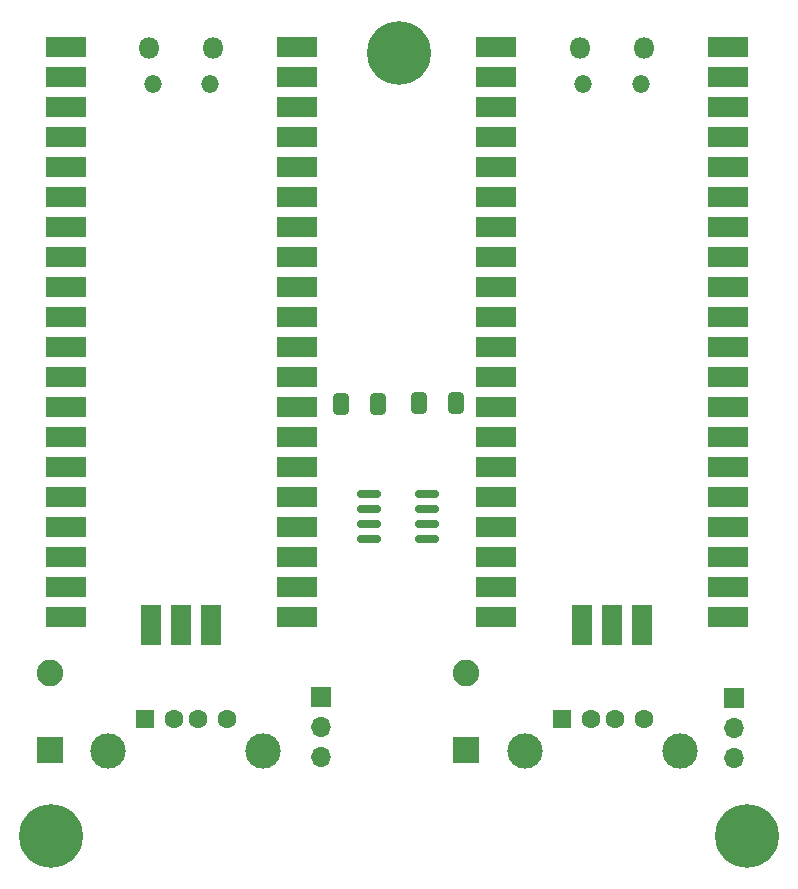
<source format=gbr>
%TF.GenerationSoftware,KiCad,Pcbnew,7.0.9*%
%TF.CreationDate,2024-02-17T13:50:42+09:00*%
%TF.ProjectId,DeskHop,4465736b-486f-4702-9e6b-696361645f70,rev?*%
%TF.SameCoordinates,PX20378f0PY6e37550*%
%TF.FileFunction,Soldermask,Top*%
%TF.FilePolarity,Negative*%
%FSLAX46Y46*%
G04 Gerber Fmt 4.6, Leading zero omitted, Abs format (unit mm)*
G04 Created by KiCad (PCBNEW 7.0.9) date 2024-02-17 13:50:42*
%MOMM*%
%LPD*%
G01*
G04 APERTURE LIST*
G04 Aperture macros list*
%AMRoundRect*
0 Rectangle with rounded corners*
0 $1 Rounding radius*
0 $2 $3 $4 $5 $6 $7 $8 $9 X,Y pos of 4 corners*
0 Add a 4 corners polygon primitive as box body*
4,1,4,$2,$3,$4,$5,$6,$7,$8,$9,$2,$3,0*
0 Add four circle primitives for the rounded corners*
1,1,$1+$1,$2,$3*
1,1,$1+$1,$4,$5*
1,1,$1+$1,$6,$7*
1,1,$1+$1,$8,$9*
0 Add four rect primitives between the rounded corners*
20,1,$1+$1,$2,$3,$4,$5,0*
20,1,$1+$1,$4,$5,$6,$7,0*
20,1,$1+$1,$6,$7,$8,$9,0*
20,1,$1+$1,$8,$9,$2,$3,0*%
G04 Aperture macros list end*
%ADD10O,1.800000X1.800000*%
%ADD11O,1.500000X1.500000*%
%ADD12R,3.500000X1.700000*%
%ADD13R,1.700000X3.500000*%
%ADD14C,3.100000*%
%ADD15C,5.400000*%
%ADD16RoundRect,0.250000X-0.412500X-0.650000X0.412500X-0.650000X0.412500X0.650000X-0.412500X0.650000X0*%
%ADD17R,1.600000X1.500000*%
%ADD18C,1.600000*%
%ADD19C,3.000000*%
%ADD20R,1.700000X1.700000*%
%ADD21O,1.700000X1.700000*%
%ADD22RoundRect,0.150000X-0.825000X-0.150000X0.825000X-0.150000X0.825000X0.150000X-0.825000X0.150000X0*%
%ADD23R,2.250000X2.250000*%
%ADD24C,2.250000*%
%ADD25RoundRect,0.250000X0.412500X0.650000X-0.412500X0.650000X-0.412500X-0.650000X0.412500X-0.650000X0*%
G04 APERTURE END LIST*
D10*
%TO.C,U1*%
X48837000Y70736000D03*
D11*
X49137000Y67706000D03*
X53987000Y67706000D03*
D10*
X54287000Y70736000D03*
D12*
X41772000Y70866000D03*
X41772000Y68326000D03*
X41772000Y65786000D03*
X41772000Y63246000D03*
X41772000Y60706000D03*
X41772000Y58166000D03*
X41772000Y55626000D03*
X41772000Y53086000D03*
X41772000Y50546000D03*
X41772000Y48006000D03*
X41772000Y45466000D03*
X41772000Y42926000D03*
X41772000Y40386000D03*
X41772000Y37846000D03*
X41772000Y35306000D03*
X41772000Y32766000D03*
X41772000Y30226000D03*
X41772000Y27686000D03*
X41772000Y25146000D03*
X41772000Y22606000D03*
X61352000Y22606000D03*
X61352000Y25146000D03*
X61352000Y27686000D03*
X61352000Y30226000D03*
X61352000Y32766000D03*
X61352000Y35306000D03*
X61352000Y37846000D03*
X61352000Y40386000D03*
X61352000Y42926000D03*
X61352000Y45466000D03*
X61352000Y48006000D03*
X61352000Y50546000D03*
X61352000Y53086000D03*
X61352000Y55626000D03*
X61352000Y58166000D03*
X61352000Y60706000D03*
X61352000Y63246000D03*
X61352000Y65786000D03*
X61352000Y68326000D03*
X61352000Y70866000D03*
D13*
X49022000Y21936000D03*
X51562000Y21936000D03*
X54102000Y21936000D03*
%TD*%
D10*
%TO.C,U2*%
X12378523Y70751751D03*
D11*
X12678523Y67721751D03*
X17528523Y67721751D03*
D10*
X17828523Y70751751D03*
D12*
X5313523Y70881751D03*
X5313523Y68341751D03*
X5313523Y65801751D03*
X5313523Y63261751D03*
X5313523Y60721751D03*
X5313523Y58181751D03*
X5313523Y55641751D03*
X5313523Y53101751D03*
X5313523Y50561751D03*
X5313523Y48021751D03*
X5313523Y45481751D03*
X5313523Y42941751D03*
X5313523Y40401751D03*
X5313523Y37861751D03*
X5313523Y35321751D03*
X5313523Y32781751D03*
X5313523Y30241751D03*
X5313523Y27701751D03*
X5313523Y25161751D03*
X5313523Y22621751D03*
X24893523Y22621751D03*
X24893523Y25161751D03*
X24893523Y27701751D03*
X24893523Y30241751D03*
X24893523Y32781751D03*
X24893523Y35321751D03*
X24893523Y37861751D03*
X24893523Y40401751D03*
X24893523Y42941751D03*
X24893523Y45481751D03*
X24893523Y48021751D03*
X24893523Y50561751D03*
X24893523Y53101751D03*
X24893523Y55641751D03*
X24893523Y58181751D03*
X24893523Y60721751D03*
X24893523Y63261751D03*
X24893523Y65801751D03*
X24893523Y68341751D03*
X24893523Y70881751D03*
D13*
X12563523Y21951751D03*
X15103523Y21951751D03*
X17643523Y21951751D03*
%TD*%
D14*
%TO.C,H3*%
X33528000Y70358000D03*
D15*
X33528000Y70358000D03*
%TD*%
D16*
%TO.C,C2*%
X35259691Y40692335D03*
X38384691Y40692335D03*
%TD*%
D17*
%TO.C,J4*%
X11994000Y13996000D03*
D18*
X14494000Y13996000D03*
X16494000Y13996000D03*
X18994000Y13996000D03*
D19*
X8924000Y11286000D03*
X22064000Y11286000D03*
%TD*%
D20*
%TO.C,J3*%
X61885537Y15774243D03*
D21*
X61885537Y13234243D03*
X61885537Y10694243D03*
%TD*%
D14*
%TO.C,H2*%
X62992000Y4064000D03*
D15*
X62992000Y4064000D03*
%TD*%
D17*
%TO.C,J1*%
X47300000Y13996000D03*
D18*
X49800000Y13996000D03*
X51800000Y13996000D03*
X54300000Y13996000D03*
D19*
X44230000Y11286000D03*
X57370000Y11286000D03*
%TD*%
D14*
%TO.C,H1*%
X4064000Y4064000D03*
D15*
X4064000Y4064000D03*
%TD*%
D22*
%TO.C,U4*%
X30971070Y32998890D03*
X30971070Y31728890D03*
X30971070Y30458890D03*
X30971070Y29188890D03*
X35921070Y29188890D03*
X35921070Y30458890D03*
X35921070Y31728890D03*
X35921070Y32998890D03*
%TD*%
D20*
%TO.C,J2*%
X26949042Y15852124D03*
D21*
X26949042Y13312124D03*
X26949042Y10772124D03*
%TD*%
D23*
%TO.C,SW1*%
X39218000Y11320000D03*
D24*
X39218000Y17820000D03*
%TD*%
D25*
%TO.C,C1*%
X31790536Y40640001D03*
X28665536Y40640001D03*
%TD*%
D23*
%TO.C,SW2*%
X3968000Y11320000D03*
D24*
X3968000Y17820000D03*
%TD*%
M02*

</source>
